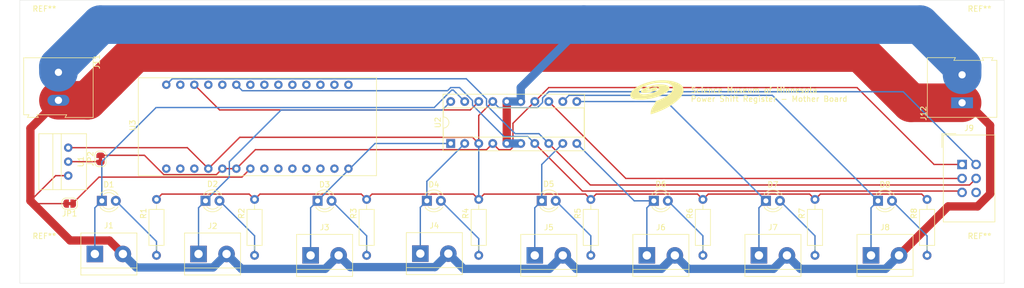
<source format=kicad_pcb>
(kicad_pcb (version 20211014) (generator pcbnew)
  (layers (0 "F.Cu" signal) (31 "B.Cu" signal) (34 "B.Paste" user) (35 "F.Paste" user) (36 "B.SilkS" user "B.Silkscreen") (37 "F.SilkS" user "F.Silkscreen") (38 "B.Mask" user) (39 "F.Mask" user) (44 "Edge.Cuts" user))
  (net 0 "")
  (net 1 "/D0")
  (net 2 "Net-(D1-Pad2)")
  (net 3 "/D1")
  (net 4 "Net-(D2-Pad2)")
  (net 5 "/D2")
  (net 6 "Net-(D3-Pad2)")
  (net 7 "/D3")
  (net 8 "Net-(D4-Pad2)")
  (net 9 "/D4")
  (net 10 "Net-(D5-Pad2)")
  (net 11 "/D5")
  (net 12 "Net-(D6-Pad2)")
  (net 13 "/D6")
  (net 14 "Net-(D7-Pad2)")
  (net 15 "/D7")
  (net 16 "Net-(D8-Pad2)")
  (net 17 "+VDC")
  (net 18 "GNDD")
  (net 19 "+5V")
  (net 20 "/SEROUT")
  (net 21 "/CLOCK")
  (net 22 "/LATCH")
  (net 24 "/SERIN")
  (net 25 "GNDPWR")
  (net 29 "Net-(JP1-Pad1)")
  (footprint "MountingHole:MountingHole_2.5mm" (layer "F.Cu") (at 215.265 114.3)
    (fp_text reference "REF**" (at 0 -3.5) (layer "F.SilkS"))
    (fp_text value "MountingHole_2.5mm")
    (pad "" np_thru_hole circle locked (at 0 0) (size 2.5 2.5) (drill 2.5) (layers *.Cu *.Mask))
  )
  (footprint "TerminalBlock:TerminalBlock_bornier-2_P5.08mm" (layer "F.Cu") (at 175.26 114.3)
    (fp_text reference "J7" (at 2.54 -5.08) (layer "F.SilkS"))
    (fp_text value "Screw_Terminal_01x02")
    (pad "1" thru_hole rect locked (at 0 0) (size 3 3) (drill 1.52) (layers *.Cu *.Mask) (net 13 "/D6"))
    (pad "2" thru_hole circle locked (at 5.08 0) (size 3 3) (drill 1.52) (layers *.Cu *.Mask) (net 17 "+VDC"))
  )
  (footprint "TerminalBlock:TerminalBlock_bornier-2_P5.08mm" (layer "F.Cu") (at 54.864 114.046)
    (fp_text reference "J1" (at 2.526 -5.174) (layer "F.SilkS"))
    (fp_text value "Screw_Terminal_01x02")
    (pad "1" thru_hole rect locked (at 0 0) (size 3 3) (drill 1.52) (layers *.Cu *.Mask) (net 1 "/D0"))
    (pad "2" thru_hole circle locked (at 5.08 0) (size 3 3) (drill 1.52) (layers *.Cu *.Mask) (net 17 "+VDC"))
  )
  (footprint "LED_THT:LED_D3.0mm" (layer "F.Cu") (at 74.925 104.394)
    (fp_text reference "D2" (at 1.27 -3.048) (layer "F.SilkS"))
    (fp_text value "LED")
    (pad "1" thru_hole rect locked (at 0 0) (size 1.8 1.8) (drill 0.9) (layers *.Cu *.Mask) (net 3 "/D1"))
    (pad "2" thru_hole circle locked (at 2.54 0) (size 1.8 1.8) (drill 0.9) (layers *.Cu *.Mask) (net 4 "Net-(D2-Pad2)"))
  )
  (footprint "LED_THT:LED_D3.0mm" (layer "F.Cu") (at 176.525 104.394)
    (fp_text reference "D7" (at 1.27 -2.96) (layer "F.SilkS"))
    (fp_text value "LED")
    (pad "1" thru_hole rect locked (at 0 0) (size 1.8 1.8) (drill 0.9) (layers *.Cu *.Mask) (net 13 "/D6"))
    (pad "2" thru_hole circle locked (at 2.54 0) (size 1.8 1.8) (drill 0.9) (layers *.Cu *.Mask) (net 14 "Net-(D7-Pad2)"))
  )
  (footprint "Connector_IDC:IDC-Header_2x03_P2.54mm_Vertical" (layer "F.Cu") (at 212.09 97.79)
    (fp_text reference "J9" (at 1.27 -6.604) (layer "F.SilkS"))
    (fp_text value "Conn_02x03_Odd_Even")
    (pad "1" thru_hole rect locked (at 0 0) (size 1.7272 1.7272) (drill 1.016) (layers *.Cu *.Mask) (net 18 "GNDD"))
    (pad "2" thru_hole oval locked (at 2.54 0) (size 1.7272 1.7272) (drill 1.016) (layers *.Cu *.Mask) (net 19 "+5V"))
    (pad "3" thru_hole oval locked (at 0 2.54) (size 1.7272 1.7272) (drill 1.016) (layers *.Cu *.Mask) (net 20 "/SEROUT"))
    (pad "4" thru_hole oval locked (at 2.54 2.54) (size 1.7272 1.7272) (drill 1.016) (layers *.Cu *.Mask) (net 21 "/CLOCK"))
    (pad "5" thru_hole oval locked (at 0 5.08) (size 1.7272 1.7272) (drill 1.016) (layers *.Cu *.Mask) (net 22 "/LATCH"))
    (pad "6" thru_hole oval locked (at 2.54 5.08) (size 1.7272 1.7272) (drill 1.016) (layers *.Cu *.Mask))
  )
  (footprint "TerminalBlock:TerminalBlock_bornier-2_P5.08mm" (layer "F.Cu") (at 73.66 114.046)
    (fp_text reference "J2" (at 2.54 -5.08) (layer "F.SilkS"))
    (fp_text value "Screw_Terminal_01x02")
    (pad "1" thru_hole rect locked (at 0 0) (size 3 3) (drill 1.52) (layers *.Cu *.Mask) (net 3 "/D1"))
    (pad "2" thru_hole circle locked (at 5.08 0) (size 3 3) (drill 1.52) (layers *.Cu *.Mask) (net 17 "+VDC"))
  )
  (footprint "LED_THT:LED_D3.0mm" (layer "F.Cu") (at 196.845 104.394)
    (fp_text reference "D8" (at 1.27 -2.96) (layer "F.SilkS"))
    (fp_text value "LED")
    (pad "1" thru_hole rect locked (at 0 0) (size 1.8 1.8) (drill 0.9) (layers *.Cu *.Mask) (net 15 "/D7"))
    (pad "2" thru_hole circle locked (at 2.54 0) (size 1.8 1.8) (drill 0.9) (layers *.Cu *.Mask) (net 16 "Net-(D8-Pad2)"))
  )
  (footprint "SMM:TerminalBlock-2_P5.08mm_large" (layer "F.Cu") (at 48.26 81.055 -90)
    (fp_text reference "J11" (at -1.92 -6.99 90) (layer "F.SilkS"))
    (fp_text value "Screw_Terminal_01x02")
    (pad "1" thru_hole rect (at 0 0 270) (size 1.98 3.96) (drill 1.32) (layers *.Cu *.Mask) (net 25 "GNDPWR"))
    (pad "2" thru_hole oval (at 5.08 0 270) (size 1.98 3.96) (drill 1.32) (layers *.Cu *.Mask) (net 17 "+VDC"))
  )
  (footprint "SMM:Metro-Mini" (layer "F.Cu") (at 67.818 98.552 90)
    (fp_text reference "U3" (at 7.874 -6.096 90) (layer "F.SilkS"))
    (fp_text value "Adafruit_Metro_Mini")
    (pad "1" thru_hole circle locked (at 0 0 90) (size 1.524 1.524) (drill 0.762) (layers *.Cu *.Mask))
    (pad "2" thru_hole circle locked (at 0 2.54 90) (size 1.524 1.524) (drill 0.762) (layers *.Cu *.Mask))
    (pad "3" thru_hole circle locked (at 0 5.08 90) (size 1.524 1.524) (drill 0.762) (layers *.Cu *.Mask))
    (pad "4" thru_hole circle locked (at 0 7.62 90) (size 1.524 1.524) (drill 0.762) (layers *.Cu *.Mask) (net 19 "+5V"))
    (pad "5" thru_hole circle locked (at 0 10.16 90) (size 1.524 1.524) (drill 0.762) (layers *.Cu *.Mask) (net 18 "GNDD"))
    (pad "6" thru_hole circle locked (at 0 12.7 90) (size 1.524 1.524) (drill 0.762) (layers *.Cu *.Mask) (net 18 "GNDD"))
    (pad "7" thru_hole circle locked (at 0 15.24 90) (size 1.524 1.524) (drill 0.762) (layers *.Cu *.Mask) (net 29 "Net-(JP1-Pad1)"))
    (pad "8" thru_hole circle locked (at 0 17.78 90) (size 1.524 1.524) (drill 0.762) (layers *.Cu *.Mask))
    (pad "9" thru_hole circle locked (at 0 20.32 90) (size 1.524 1.524) (drill 0.762) (layers *.Cu *.Mask))
    (pad "10" thru_hole circle locked (at 0 22.86 90) (size 1.524 1.524) (drill 0.762) (layers *.Cu *.Mask))
    (pad "11" thru_hole circle locked (at 0 25.4 90) (size 1.524 1.524) (drill 0.762) (layers *.Cu *.Mask))
    (pad "12" thru_hole circle locked (at 0 27.94 90) (size 1.524 1.524) (drill 0.762) (layers *.Cu *.Mask))
    (pad "13" thru_hole circle locked (at 0 30.48 90) (size 1.524 1.524) (drill 0.762) (layers *.Cu *.Mask))
    (pad "14" thru_hole circle locked (at 0 33.02 90) (size 1.524 1.524) (drill 0.762) (layers *.Cu *.Mask))
    (pad "15" thru_hole circle locked (at 15.24 33.02 90) (size 1.524 1.524) (drill 0.762) (layers *.Cu *.Mask))
    (pad "16" thru_hole circle locked (at 15.24 30.48 90) (size 1.524 1.524) (drill 0.762) (layers *.Cu *.Mask))
    (pad "17" thru_hole circle locked (at 15.24 27.94 90) (size 1.524 1.524) (drill 0.762) (layers *.Cu *.Mask))
    (pad "18" thru_hole circle locked (at 15.24 25.4 90) (size 1.524 1.524) (drill 0.762) (layers *.Cu *.Mask))
    (pad "19" thru_hole circle locked (at 15.24 22.86 90) (size 1.524 1.524) (drill 0.762) (layers *.Cu *.Mask))
    (pad "20" thru_hole circle locked (at 15.24 20.32 90) (size 1.524 1.524) (drill 0.762) (layers *.Cu *.Mask))
    (pad "21" thru_hole circle locked (at 15.24 17.78 90) (size 1.524 1.524) (drill 0.762) (layers *.Cu *.Mask))
    (pad "22" thru_hole circle locked (at 15.24 15.24 90) (size 1.524 1.524) (drill 0.762) (layers *.Cu *.Mask))
    (pad "23" thru_hole circle locked (at 15.24 12.7 90) (size 1.524 1.524) (drill 0.762) (layers *.Cu *.Mask) (net 22 "/LATCH"))
    (pad "24" thru_hole circle locked (at 15.24 10.16 90) (size 1.524 1.524) (drill 0.762) (layers *.Cu *.Mask))
    (pad "25" thru_hole circle locked (at 15.24 7.62 90) (size 1.524 1.524) (drill 0.762) (layers *.Cu *.Mask))
    (pad "26" thru_hole circle locked (at 15.24 5.08 90) (size 1.524 1.524) (drill 0.762) (layers *.Cu *.Mask) (net 24 "/SERIN"))
    (pad "27" thru_hole circle locked (at 15.24 2.54 90) (size 1.524 1.524) (drill 0.762) (layers *.Cu *.Mask))
    (pad "28" thru_hole circle locked (at 15.24 0 90) (size 1.524 1.524) (drill 0.762) (layers *.Cu *.Mask) (net 21 "/CLOCK"))
  )
  (footprint "Resistor_THT:R_Axial_DIN0207_L6.3mm_D2.5mm_P10.16mm_Horizontal" (layer "F.Cu") (at 104.14 114.3 90)
    (fp_text reference "R3" (at 7.62 -2.37 90) (layer "F.SilkS"))
    (fp_text value "R")
    (pad "1" thru_hole circle locked (at 0 0 90) (size 1.6 1.6) (drill 0.8) (layers *.Cu *.Mask) (net 6 "Net-(D3-Pad2)"))
    (pad "2" thru_hole oval locked (at 10.16 0 90) (size 1.6 1.6) (drill 0.8) (layers *.Cu *.Mask) (net 19 "+5V"))
  )
  (footprint "TerminalBlock:TerminalBlock_bornier-2_P5.08mm" (layer "F.Cu") (at 195.58 114.3)
    (fp_text reference "J8" (at 2.54 -5.08) (layer "F.SilkS"))
    (fp_text value "Screw_Terminal_01x02")
    (pad "1" thru_hole rect locked (at 0 0) (size 3 3) (drill 1.52) (layers *.Cu *.Mask) (net 15 "/D7"))
    (pad "2" thru_hole circle locked (at 5.08 0) (size 3 3) (drill 1.52) (layers *.Cu *.Mask) (net 17 "+VDC"))
  )
  (footprint "TerminalBlock:TerminalBlock_bornier-2_P5.08mm" (layer "F.Cu") (at 154.94 114.3)
    (fp_text reference "J6" (at 2.54 -5.08) (layer "F.SilkS"))
    (fp_text value "Screw_Terminal_01x02")
    (pad "1" thru_hole rect locked (at 0 0) (size 3 3) (drill 1.52) (layers *.Cu *.Mask) (net 11 "/D5"))
    (pad "2" thru_hole circle locked (at 5.08 0) (size 3 3) (drill 1.52) (layers *.Cu *.Mask) (net 17 "+VDC"))
  )
  (footprint "Resistor_THT:R_Axial_DIN0207_L6.3mm_D2.5mm_P10.16mm_Horizontal" (layer "F.Cu") (at 124.46 114.3 90)
    (fp_text reference "R4" (at 7.62 -2.37 90) (layer "F.SilkS"))
    (fp_text value "R")
    (pad "1" thru_hole circle locked (at 0 0 90) (size 1.6 1.6) (drill 0.8) (layers *.Cu *.Mask) (net 8 "Net-(D4-Pad2)"))
    (pad "2" thru_hole oval locked (at 10.16 0 90) (size 1.6 1.6) (drill 0.8) (layers *.Cu *.Mask) (net 19 "+5V"))
  )
  (footprint "Package_DIP:DIP-20_W7.62mm_Socket" (layer "F.Cu") (at 119.38 93.98 90)
    (fp_text reference "U2" (at 3.81 -2.33 90) (layer "F.SilkS"))
    (fp_text value "TPIC6A595NE")
    (pad "1" thru_hole rect locked (at 0 0 90) (size 1.6 1.6) (drill 0.8) (layers *.Cu *.Mask) (net 5 "/D2"))
    (pad "2" thru_hole oval locked (at 0 2.54 90) (size 1.6 1.6) (drill 0.8) (layers *.Cu *.Mask) (net 7 "/D3"))
    (pad "3" thru_hole oval locked (at 0 5.08 90) (size 1.6 1.6) (drill 0.8) (layers *.Cu *.Mask) (net 19 "+5V"))
    (pad "4" thru_hole oval locked (at 0 7.62 90) (size 1.6 1.6) (drill 0.8) (layers *.Cu *.Mask) (net 18 "GNDD"))
    (pad "5" thru_hole oval locked (at 0 10.16 90) (size 1.6 1.6) (drill 0.8) (layers *.Cu *.Mask) (net 25 "GNDPWR"))
    (pad "6" thru_hole oval locked (at 0 12.7 90) (size 1.6 1.6) (drill 0.8) (layers *.Cu *.Mask) (net 25 "GNDPWR"))
    (pad "7" thru_hole oval locked (at 0 15.24 90) (size 1.6 1.6) (drill 0.8) (layers *.Cu *.Mask) (net 22 "/LATCH"))
    (pad "8" thru_hole oval locked (at 0 17.78 90) (size 1.6 1.6) (drill 0.8) (layers *.Cu *.Mask) (net 21 "/CLOCK"))
    (pad "9" thru_hole oval locked (at 0 20.32 90) (size 1.6 1.6) (drill 0.8) (layers *.Cu *.Mask) (net 9 "/D4"))
    (pad "10" thru_hole oval locked (at 0 22.86 90) (size 1.6 1.6) (drill 0.8) (layers *.Cu *.Mask) (net 11 "/D5"))
    (pad "11" thru_hole oval locked (at 7.62 22.86 90) (size 1.6 1.6) (drill 0.8) (layers *.Cu *.Mask) (net 13 "/D6"))
    (pad "12" thru_hole oval locked (at 7.62 20.32 90) (size 1.6 1.6) (drill 0.8) (layers *.Cu *.Mask) (net 15 "/D7"))
    (pad "13" thru_hole oval locked (at 7.62 17.78 90) (size 1.6 1.6) (drill 0.8) (layers *.Cu *.Mask) (net 20 "/SEROUT"))
    (pad "14" thru_hole oval locked (at 7.62 15.24 90) (size 1.6 1.6) (drill 0.8) (layers *.Cu *.Mask) (net 18 "GNDD"))
    (pad "15" thru_hole oval locked (at 7.62 12.7 90) (size 1.6 1.6) (drill 0.8) (layers *.Cu *.Mask) (net 25 "GNDPWR"))
    (pad "16" thru_hole oval locked (at 7.62 10.16 90) (size 1.6 1.6) (drill 0.8) (layers *.Cu *.Mask) (net 25 "GNDPWR"))
    (pad "17" thru_hole oval locked (at 7.62 7.62 90) (size 1.6 1.6) (drill 0.8) (layers *.Cu *.Mask) (net 19 "+5V"))
    (pad "18" thru_hole oval locked (at 7.62 5.08 90) (size 1.6 1.6) (drill 0.8) (layers *.Cu *.Mask) (net 24 "/SERIN"))
    (pad "19" thru_hole oval locked (at 7.62 2.54 90) (size 1.6 1.6) (drill 0.8) (layers *.Cu *.Mask) (net 1 "/D0"))
    (pad "20" thru_hole oval locked (at 7.62 0 90) (size 1.6 1.6) (drill 0.8) (layers *.Cu *.Mask) (net 3 "/D1"))
  )
  (footprint "LED_THT:LED_D3.0mm" (layer "F.Cu") (at 156.205 104.394)
    (fp_text reference "D6" (at 1.27 -3.048) (layer "F.SilkS"))
    (fp_text value "LED")
    (pad "1" thru_hole rect locked (at 0 0) (size 1.8 1.8) (drill 0.9) (layers *.Cu *.Mask) (net 11 "/D5"))
    (pad "2" thru_hole circle locked (at 2.54 0) (size 1.8 1.8) (drill 0.9) (layers *.Cu *.Mask) (net 12 "Net-(D6-Pad2)"))
  )
  (footprint "SMM:smm-spiral-10mm" (layer "F.Cu") (at 156.718 85.598)
    (fp_text reference "G***" hide)
    (fp_text value "LOGO" hide)
  )
  (footprint "Resistor_THT:R_Axial_DIN0207_L6.3mm_D2.5mm_P10.16mm_Horizontal" (layer "F.Cu") (at 165.1 114.3 90)
    (fp_text reference "R6" (at 7.62 -2.37 90) (layer "F.SilkS"))
    (fp_text value "R")
    (pad "1" thru_hole circle locked (at 0 0 90) (size 1.6 1.6) (drill 0.8) (layers *.Cu *.Mask) (net 12 "Net-(D6-Pad2)"))
    (pad "2" thru_hole oval locked (at 10.16 0 90) (size 1.6 1.6) (drill 0.8) (layers *.Cu *.Mask) (net 19 "+5V"))
  )
  (footprint "MountingHole:MountingHole_2.5mm" (layer "F.Cu") (at 45.72 73.025)
    (fp_text reference "REF**" (at 0 -3.5) (layer "F.SilkS"))
    (fp_text value "MountingHole_2.5mm")
    (pad "" np_thru_hole circle locked (at 0 0) (size 2.5 2.5) (drill 2.5) (layers *.Cu *.Mask))
  )
  (footprint "MountingHole:MountingHole_2.5mm" (layer "F.Cu") (at 45.72 114.3)
    (fp_text reference "REF**" (at 0 -3.5) (layer "F.SilkS"))
    (fp_text value "MountingHole_2.5mm")
    (pad "" np_thru_hole circle locked (at 0 0) (size 2.5 2.5) (drill 2.5) (layers *.Cu *.Mask))
  )
  (footprint "TerminalBlock:TerminalBlock_bornier-2_P5.08mm" (layer "F.Cu") (at 93.98 114.3)
    (fp_text reference "J3" (at 2.54 -5.08) (layer "F.SilkS"))
    (fp_text value "Screw_Terminal_01x02")
    (pad "1" thru_hole rect locked (at 0 0) (size 3 3) (drill 1.52) (layers *.Cu *.Mask) (net 5 "/D2"))
    (pad "2" thru_hole circle locked (at 5.08 0) (size 3 3) (drill 1.52) (layers *.Cu *.Mask) (net 17 "+VDC"))
  )
  (footprint "Resistor_THT:R_Axial_DIN0207_L6.3mm_D2.5mm_P10.16mm_Horizontal" (layer "F.Cu") (at 185.42 114.3 90)
    (fp_text reference "R7" (at 7.62 -2.37 90) (layer "F.SilkS"))
    (fp_text value "R")
    (pad "1" thru_hole circle locked (at 0 0 90) (size 1.6 1.6) (drill 0.8) (layers *.Cu *.Mask) (net 14 "Net-(D7-Pad2)"))
    (pad "2" thru_hole oval locked (at 10.16 0 90) (size 1.6 1.6) (drill 0.8) (layers *.Cu *.Mask) (net 19 "+5V"))
  )
  (footprint "LED_THT:LED_D3.0mm" (layer "F.Cu") (at 115.057 104.394)
    (fp_text reference "D4" (at 1.27 -2.96) (layer "F.SilkS"))
    (fp_text value "LED")
    (pad "1" thru_hole rect locked (at 0 0) (size 1.8 1.8) (drill 0.9) (layers *.Cu *.Mask) (net 7 "/D3"))
    (pad "2" thru_hole circle locked (at 2.54 0) (size 1.8 1.8) (drill 0.9) (layers *.Cu *.Mask) (net 8 "Net-(D4-Pad2)"))
  )
  (footprint "LED_THT:LED_D3.0mm" (layer "F.Cu") (at 135.885 104.394)
    (fp_text reference "D5" (at 1.27 -3.048) (layer "F.SilkS"))
    (fp_text value "LED")
    (pad "1" thru_hole rect locked (at 0 0) (size 1.8 1.8) (drill 0.9) (layers *.Cu *.Mask) (net 9 "/D4"))
    (pad "2" thru_hole circle locked (at 2.54 0) (size 1.8 1.8) (drill 0.9) (layers *.Cu *.Mask) (net 10 "Net-(D5-Pad2)"))
  )
  (footprint "Resistor_THT:R_Axial_DIN0207_L6.3mm_D2.5mm_P10.16mm_Horizontal" (layer "F.Cu") (at 144.78 114.3 90)
    (fp_text reference "R5" (at 7.62 -2.37 90) (layer "F.SilkS"))
    (fp_text value "R")
    (pad "1" thru_hole circle locked (at 0 0 90) (size 1.6 1.6) (drill 0.8) (layers *.Cu *.Mask) (net 10 "Net-(D5-Pad2)"))
    (pad "2" thru_hole oval locked (at 10.16 0 90) (size 1.6 1.6) (drill 0.8) (layers *.Cu *.Mask) (net 19 "+5V"))
  )
  (footprint "LED_THT:LED_D3.0mm" (layer "F.Cu") (at 95.245 104.394)
    (fp_text reference "D3" (at 1.27 -2.96) (layer "F.SilkS"))
    (fp_text value "LED")
    (pad "1" thru_hole rect locked (at 0 0) (size 1.8 1.8) (drill 0.9) (layers *.Cu *.Mask) (net 5 "/D2"))
    (pad "2" thru_hole circle locked (at 2.54 0) (size 1.8 1.8) (drill 0.9) (layers *.Cu *.Mask) (net 6 "Net-(D3-Pad2)"))
  )
  (footprint "MountingHole:MountingHole_2.5mm" (layer "F.Cu") (at 215.265 73.025)
    (fp_text reference "REF**" (at 0 -3.5) (layer "F.SilkS"))
    (fp_text value "MountingHole_2.5mm")
    (pad "" np_thru_hole circle locked (at 0 0) (size 2.5 2.5) (drill 2.5) (layers *.Cu *.Mask))
  )
  (footprint "Jumper:SolderJumper-2_P1.3mm_Bridged_RoundedPad1.0x1.5mm" (layer "F.Cu") (at 50.292 104.902 180)
    (fp_text reference "JP1" (at 0 -1.8) (layer "F.SilkS"))
    (fp_text value "SolderJumper_2_Bridged")
    (fp_poly (pts (xy 0.25 -0.3) (xy -0.25 -0.3) (xy -0.25 0.3) (xy 0.25 0.3)) (layer "F.Cu") (width 0) (fill solid))
    (pad "1" smd custom locked (at -0.65 0 180) (size 1 0.5) (layers "F.Cu" "F.Mask") (net 29 "Net-(JP1-Pad1)") (options (clearance outline) (anchor rect)) (primitives (gr_circle (center 0 0.25) (end 0.5 0.25) (width 0) (fill yes)) (gr_circle (center 0 -0.25) (end 0.5 -0.25) (width 0) (fill yes)) (gr_poly (pts (xy 0 -0.75) (xy 0.5 -0.75) (xy 0.5 0.75) (xy 0 0.75)) (width 0) (fill yes))))
    (pad "2" smd custom locked (at 0.65 0 180) (size 1 0.5) (layers "F.Cu" "F.Mask") (net 17 "+VDC") (options (clearance outline) (anchor rect)) (primitives (gr_circle (center 0 0.25) (end 0.5 0.25) (width 0) (fill yes)) (gr_circle (center 0 -0.25) (end 0.5 -0.25) (width 0) (fill yes)) (gr_poly (pts (xy 0 -0.75) (xy -0.5 -0.75) (xy -0.5 0.75) (xy 0 0.75)) (width 0) (fill yes))))
  )
  (footprint "Resistor_THT:R_Axial_DIN0207_L6.3mm_D2.5mm_P10.16mm_Horizontal" (layer "F.Cu") (at 66.04 114.3 90)
    (fp_text reference "R1" (at 7.62 -2.37 90) (layer "F.SilkS"))
    (fp_text value "R")
    (pad "1" thru_hole circle locked (at 0 0 90) (size 1.6 1.6) (drill 0.8) (layers *.Cu *.Mask) (net 2 "Net-(D1-Pad2)"))
    (pad "2" thru_hole oval locked (at 10.16 0 90) (size 1.6 1.6) (drill 0.8) (layers *.Cu *.Mask) (net 19 "+5V"))
  )
  (footprint "Jumper:SolderJumper-2_P1.3mm_Bridged_RoundedPad1.0x1.5mm" (layer "F.Cu") (at 55.88 96.774 90)
    (fp_text reference "JP2" (at 0 -1.8 90) (layer "F.SilkS"))
    (fp_text value "SolderJumper_2_Bridged")
    (fp_poly (pts (xy 0.25 -0.3) (xy -0.25 -0.3) (xy -0.25 0.3) (xy 0.25 0.3)) (layer "F.Cu") (width 0) (fill solid))
    (pad "1" smd custom locked (at -0.65 0 90) (size 1 0.5) (layers "F.Cu" "F.Mask") (net 25 "GNDPWR") (options (clearance outline) (anchor rect)) (primitives (gr_circle (center 0 0.25) (end 0.5 0.25) (width 0) (fill yes)) (gr_circle (center 0 -0.25) (end 0.5 -0.25) (width 0) (fill yes)) (gr_poly (pts (xy 0 -0.75) (xy 0.5 -0.75) (xy 0.5 0.75) (xy 0 0.75)) (width 0) (fill yes))))
    (pad "2" smd custom locked (at 0.65 0 90) (size 1 0.5) (layers "F.Cu" "F.Mask") (net 18 "GNDD") (options (clearance outline) (anchor rect)) (primitives (gr_circle (center 0 0.25) (end 0.5 0.25) (width 0) (fill yes)) (gr_circle (center 0 -0.25) (end 0.5 -0.25) (width 0) (fill yes)) (gr_poly (pts (xy 0 -0.75) (xy -0.5 -0.75) (xy -0.5 0.75) (xy 0 0.75)) (width 0) (fill yes))))
  )
  (footprint "TerminalBlock:TerminalBlock_bornier-2_P5.08mm" (layer "F.Cu") (at 134.62 114.3)
    (fp_text reference "J5" (at 2.54 -5.08) (layer "F.SilkS"))
    (fp_text value "Screw_Terminal_01x02")
    (pad "1" thru_hole rect locked (at 0 0) (size 3 3) (drill 1.52) (layers *.Cu *.Mask) (net 9 "/D4"))
    (pad "2" thru_hole circle locked (at 5.08 0) (size 3 3) (drill 1.52) (layers *.Cu *.Mask) (net 17 "+VDC"))
  )
  (footprint "Resistor_THT:R_Axial_DIN0207_L6.3mm_D2.5mm_P10.16mm_Horizontal" (layer "F.Cu") (at 83.82 114.3 90)
    (fp_text reference "R2" (at 7.62 -2.37 90) (layer "F.SilkS"))
    (fp_text value "R")
    (pad "1" thru_hole circle locked (at 0 0 90) (size 1.6 1.6) (drill 0.8) (layers *.Cu *.Mask) (net 4 "Net-(D2-Pad2)"))
    (pad "2" thru_hole oval locked (at 10.16 0 90) (size 1.6 1.6) (drill 0.8) (layers *.Cu *.Mask) (net 19 "+5V"))
  )
  (footprint "SMM:I50115" (layer "F.Cu") (at 50.038 97.282 90)
    (fp_text reference "U1" (at 0 2.286 90 unlocked) (layer "F.SilkS"))
    (fp_text value "I50115")
    (pad "1" thru_hole circle (at -2.54 0 90) (size 1.524 1.524) (drill 0.762) (layers *.Cu *.Mask) (net 17 "+VDC"))
    (pad "2" thru_hole circle (at 0 0 90) (size 1.524 1.524) (drill 0.762) (layers *.Cu *.Mask) (net 25 "GNDPWR"))
    (pad "3" thru_hole circle (at 2.54 0 90) (size 1.524 1.524) (drill 0.762) (layers *.Cu *.Mask) (net 19 "+5V"))
  )
  (footprint "TerminalBlock:TerminalBlock_bornier-2_P5.08mm" (layer "F.Cu") (at 113.87 113.98)
    (fp_text reference "J4" (at 2.54 -5.08) (layer "F.SilkS"))
    (fp_text value "Screw_Terminal_01x02")
    (pad "1" thru_hole rect locked (at 0 0) (size 3 3) (drill 1.52) (layers *.Cu *.Mask) (net 7 "/D3"))
    (pad "2" thru_hole circle locked (at 5.08 0) (size 3 3) (drill 1.52) (layers *.Cu *.Mask) (net 17 "+VDC"))
  )
  (footprint "SMM:TerminalBlock-2_P5.08mm_large" (layer "F.Cu") (at 212.09 86.585 90)
    (fp_text reference "J12" (at -1.92 -6.99 90) (layer "F.SilkS"))
    (fp_text value "Screw_Terminal_01x02")
    (pad "1" thru_hole rect (at 0 0 90) (size 1.98 3.96) (drill 1.32) (layers *.Cu *.Mask) (net 17 "+VDC"))
    (pad "2" thru_hole oval (at 5.08 0 90) (size 1.98 3.96) (drill 1.32) (layers *.Cu *.Mask) (net 25 "GNDPWR"))
  )
  (footprint "Resistor_THT:R_Axial_DIN0207_L6.3mm_D2.5mm_P10.16mm_Horizontal" (layer "F.Cu") (at 205.74 114.3 90)
    (fp_text reference "R8" (at 7.62 -2.37 90) (layer "F.SilkS"))
    (fp_text value "R")
    (pad "1" thru_hole circle locked (at 0 0 90) (size 1.6 1.6) (drill 0.8) (layers *.Cu *.Mask) (net 16 "Net-(D8-Pad2)"))
    (pad "2" thru_hole oval locked (at 10.16 0 90) (size 1.6 1.6) (drill 0.8) (layers *.Cu *.Mask) (net 19 "+5V"))
  )
  (footprint "LED_THT:LED_D3.0mm" (layer "F.Cu") (at 56.129 104.394)
    (fp_text reference "D1" (at 1.27 -2.96) (layer "F.SilkS"))
    (fp_text value "LED")
    (pad "1" thru_hole rect locked (at 0 0) (size 1.8 1.8) (drill 0.9) (layers *.Cu *.Mask) (net 1 "/D0"))
    (pad "2" thru_hole circle locked (at 2.54 0) (size 1.8 1.8) (drill 0.9) (layers *.Cu *.Mask) (net 2 "Net-(D1-Pad2)"))
  )
  (gr_rect (start 41.275 67.945) (end 219.71 119.38) (layer "Edge.Cuts") (width 0.05) (fill none))
  (gr_text "Science Museum of Minnesota\nPower Shift Register - Mother Board" (at 162.814 85.09) (layer "F.SilkS") (effects (font (size 1 1)) (justify left)))
  (segment (start 56.129 97.287) (end 65.969489 87.446511) (width 0.25) (layer "B.Cu") (net 1))
  (segment (start 56.129 104.394) (end 56.129 97.287) (width 0.25) (layer "B.Cu") (net 1))
  (segment (start 119.82952 84.26952) (end 121.92 86.36) (width 0.25) (layer "B.Cu") (net 1))
  (segment (start 54.864 105.659) (end 56.129 104.394) (width 0.25) (layer "B.Cu") (net 1))
  (segment (start 116.389207 87.446511) (end 119.566198 84.26952) (width 0.25) (layer "B.Cu") (net 1))
  (segment (start 119.566198 84.26952) (end 119.82952 84.26952) (width 0.25) (layer "B.Cu") (net 1))
  (segment (start 54.864 114.046) (end 54.864 105.659) (width 0.25) (layer "B.Cu") (net 1))
  (segment (start 65.969489 87.446511) (end 116.389207 87.446511) (width 0.25) (layer "B.Cu") (net 1))
  (segment (start 66.04 111.765) (end 58.669 104.394) (width 0.25) (layer "B.Cu") (net 2))
  (segment (start 66.04 114.3) (end 66.04 111.765) (width 0.25) (layer "B.Cu") (net 2))
  (segment (start 73.66 114.046) (end 73.66 105.659) (width 0.25) (layer "B.Cu") (net 3))
  (segment (start 79.248 100.071) (end 79.248 97.282) (width 0.25) (layer "B.Cu") (net 3))
  (segment (start 117.843969 87.896031) (end 119.38 86.36) (width 0.25) (layer "B.Cu") (net 3))
  (segment (start 74.925 104.394) (end 79.248 100.071) (width 0.25) (layer "B.Cu") (net 3))
  (segment (start 88.633969 87.896031) (end 117.843969 87.896031) (width 0.25) (layer "B.Cu") (net 3))
  (segment (start 79.248 97.282) (end 88.633969 87.896031) (width 0.25) (layer "B.Cu") (net 3))
  (segment (start 73.66 105.659) (end 74.925 104.394) (width 0.25) (layer "B.Cu") (net 3))
  (segment (start 83.82 114.3) (end 83.82 110.749) (width 0.25) (layer "B.Cu") (net 4))
  (segment (start 83.82 110.749) (end 77.465 104.394) (width 0.25) (layer "B.Cu") (net 4))
  (segment (start 105.659 93.98) (end 119.38 93.98) (width 0.25) (layer "B.Cu") (net 5))
  (segment (start 93.98 105.659) (end 95.245 104.394) (width 0.25) (layer "B.Cu") (net 5))
  (segment (start 93.98 114.3) (end 93.98 105.659) (width 0.25) (layer "B.Cu") (net 5))
  (segment (start 95.245 104.394) (end 105.659 93.98) (width 0.25) (layer "B.Cu") (net 5))
  (segment (start 104.14 110.749) (end 97.785 104.394) (width 0.25) (layer "B.Cu") (net 6))
  (segment (start 104.14 114.3) (end 104.14 110.749) (width 0.25) (layer "B.Cu") (net 6))
  (segment (start 115.057 100.843) (end 121.92 93.98) (width 0.25) (layer "B.Cu") (net 7))
  (segment (start 113.87 105.581) (end 115.057 104.394) (width 0.25) (layer "B.Cu") (net 7))
  (segment (start 113.87 113.98) (end 113.87 105.581) (width 0.25) (layer "B.Cu") (net 7))
  (segment (start 115.057 104.394) (end 115.057 100.843) (width 0.25) (layer "B.Cu") (net 7))
  (segment (start 124.46 114.3) (end 124.46 111.257) (width 0.25) (layer "B.Cu") (net 8))
  (segment (start 124.46 111.257) (end 117.597 104.394) (width 0.25) (layer "B.Cu") (net 8))
  (segment (start 135.885 97.795) (end 139.7 93.98) (width 0.25) (layer "B.Cu") (net 9))
  (segment (start 134.62 114.3) (end 134.62 105.659) (width 0.25) (layer "B.Cu") (net 9))
  (segment (start 135.885 104.394) (end 135.885 97.795) (width 0.25) (layer "B.Cu") (net 9))
  (segment (start 134.62 105.659) (end 135.885 104.394) (width 0.25) (layer "B.Cu") (net 9))
  (segment (start 144.78 114.3) (end 144.78 110.749) (width 0.25) (layer "B.Cu") (net 10))
  (segment (start 144.78 110.749) (end 138.425 104.394) (width 0.25) (layer "B.Cu") (net 10))
  (segment (start 152.654 104.394) (end 142.24 93.98) (width 0.25) (layer "B.Cu") (net 11))
  (segment (start 154.94 114.3) (end 154.94 105.659) (width 0.25) (layer "B.Cu") (net 11))
  (segment (start 156.205 104.394) (end 152.654 104.394) (width 0.25) (layer "B.Cu") (net 11))
  (segment (start 154.94 105.659) (end 156.205 104.394) (width 0.25) (layer "B.Cu") (net 11))
  (segment (start 165.1 110.749) (end 158.745 104.394) (width 0.25) (layer "B.Cu") (net 12))
  (segment (start 165.1 114.3) (end 165.1 110.749) (width 0.25) (layer "B.Cu") (net 12))
  (segment (start 175.26 105.659) (end 176.525 104.394) (width 0.25) (layer "B.Cu") (net 13))
  (segment (start 158.491 86.36) (end 142.24 86.36) (width 0.25) (layer "B.Cu") (net 13))
  (segment (start 176.525 104.394) (end 158.491 86.36) (width 0.25) (layer "B.Cu") (net 13))
  (segment (start 175.26 114.3) (end 175.26 105.659) (width 0.25) (layer "B.Cu") (net 13))
  (segment (start 185.42 110.749) (end 179.065 104.394) (width 0.25) (layer "B.Cu") (net 14))
  (segment (start 185.42 114.3) (end 185.42 110.749) (width 0.25) (layer "B.Cu") (net 14))
  (segment (start 177.686489 85.235489) (end 140.824511 85.235489) (width 0.25) (layer "B.Cu") (net 15))
  (segment (start 195.58 105.659) (end 196.845 104.394) (width 0.25) (layer "B.Cu") (net 15))
  (segment (start 140.824511 85.235489) (end 139.7 86.36) (width 0.25) (layer "B.Cu") (net 15))
  (segment (start 195.58 114.3) (end 195.58 105.659) (width 0.25) (layer "B.Cu") (net 15))
  (segment (start 196.845 104.394) (end 177.686489 85.235489) (width 0.25) (layer "B.Cu") (net 15))
  (segment (start 205.74 114.3) (end 205.74 110.749) (width 0.25) (layer "B.Cu") (net 16))
  (segment (start 205.74 110.749) (end 199.385 104.394) (width 0.25) (layer "B.Cu") (net 16))
  (segment (start 50.235511 86.938511) (end 49.784 87.390022) (width 0.25) (layer "F.Cu") (net 17))
  (segment (start 53.549022 86.135) (end 57.142011 82.542011) (width 7) (layer "F.Cu") (net 17))
  (segment (start 217.17 103.12648) (end 217.17 90.678) (width 1.5) (layer "F.Cu") (net 17))
  (segment (start 43.18 104.394) (end 43.18 91.215) (width 1.5) (layer "F.Cu") (net 17))
  (segment (start 48.26 86.135) (end 53.549022 86.135) (width 7) (layer "F.Cu") (net 17))
  (segment (start 202.79 86.585) (end 212.09 86.585) (width 7) (layer "F.Cu") (net 17))
  (segment (start 57.494489 111.596489) (end 50.382489 111.596489) (width 1.5) (layer "F.Cu") (net 17))
  (segment (start 200.66 114.3) (end 209.55248 105.40752) (width 1.5) (layer "F.Cu") (net 17))
  (segment (start 50.038 99.822) (end 47.752 99.822) (width 0.25) (layer "F.Cu") (net 17))
  (segment (start 50.644451 85.638511) (end 50.235511 85.638511) (width 0.25) (layer "F.Cu") (net 17))
  (segment (start 50.382489 111.596489) (end 43.18 104.394) (width 1.5) (layer "F.Cu") (net 17))
  (segment (start 59.944 114.046) (end 57.494489 111.596489) (width 1.5) (layer "F.Cu") (net 17))
  (segment (start 57.142011 82.542011) (end 62.214022 77.47) (width 7) (layer "F.Cu") (net 17))
  (segment (start 214.88896 105.40752) (end 217.17 103.12648) (width 1.5) (layer "F.Cu") (net 17))
  (segment (start 213.077 86.585) (end 212.09 86.585) (width 1.5) (layer "F.Cu") (net 17))
  (segment (start 62.214022 77.47) (end 193.675 77.47) (width 7) (layer "F.Cu") (net 17))
  (segment (start 43.18 91.215) (end 48.26 86.135) (width 1.5) (layer "F.Cu") (net 17))
  (segment (start 49.642 104.902) (end 43.688 104.902) (width 0.25) (layer "F.Cu") (net 17))
  (segment (start 43.688 104.902) (end 43.18 104.394) (width 0.25) (layer "F.Cu") (net 17))
  (segment (start 209.55248 105.40752) (end 214.88896 105.40752) (width 1.5) (layer "F.Cu") (net 17))
  (segment (start 47.752 99.822) (end 43.18 104.394) (width 0.25) (layer "F.Cu") (net 17))
  (segment (start 217.17 90.678) (end 213.077 86.585) (width 1.5) (layer "F.Cu") (net 17))
  (segment (start 193.675 77.47) (end 202.79 86.585) (width 7) (layer "F.Cu") (net 17))
  (segment (start 137.250489 116.749511) (end 139.7 114.3) (width 1.5) (layer "B.Cu") (net 17))
  (segment (start 59.944 114.046) (end 62.393511 116.495511) (width 1.5) (layer "B.Cu") (net 17))
  (segment (start 177.890489 116.749511) (end 180.34 114.3) (width 1.5) (layer "B.Cu") (net 17))
  (segment (start 78.74 114.046) (end 81.443511 116.749511) (width 1.5) (layer "B.Cu") (net 17))
  (segment (start 142.149511 116.749511) (end 157.570489 116.749511) (width 1.5) (layer "B.Cu") (net 17))
  (segment (start 62.393511 116.495511) (end 76.290489 116.495511) (width 1.5) (layer "B.Cu") (net 17))
  (segment (start 118.95 113.98) (end 121.719511 116.749511) (width 1.5) (layer "B.Cu") (net 17))
  (segment (start 160.02 114.3) (end 162.469511 116.749511) (width 1.5) (layer "B.Cu") (net 17))
  (segment (start 182.789511 116.749511) (end 198.210489 116.749511) (width 1.5) (layer "B.Cu") (net 17))
  (segment (start 96.610489 116.749511) (end 99.06 114.3) (width 1.5) (layer "B.Cu") (net 17))
  (segment (start 116.500489 116.429511) (end 118.95 113.98) (width 1.5) (layer "B.Cu") (net 17))
  (segment (start 162.469511 116.749511) (end 177.890489 116.749511) (width 1.5) (layer "B.Cu") (net 17))
  (segment (start 81.443511 116.749511) (end 96.610489 116.749511) (width 1.5) (layer "B.Cu") (net 17))
  (segment (start 198.210489 116.749511) (end 200.66 114.3) (width 1.5) (layer "B.Cu") (net 17))
  (segment (start 180.34 114.3) (end 182.789511 116.749511) (width 1.5) (layer "B.Cu") (net 17))
  (segment (start 99.06 114.3) (end 101.189511 116.429511) (width 1.5) (layer "B.Cu") (net 17))
  (segment (start 139.7 114.3) (end 142.149511 116.749511) (width 1.5) (layer "B.Cu") (net 17))
  (segment (start 121.719511 116.749511) (end 137.250489 116.749511) (width 1.5) (layer "B.Cu") (net 17))
  (segment (start 157.570489 116.749511) (end 160.02 114.3) (width 1.5) (layer "B.Cu") (net 17))
  (segment (start 101.189511 116.429511) (end 116.500489 116.429511) (width 1.5) (layer "B.Cu") (net 17))
  (segment (start 76.290489 116.495511) (end 78.74 114.046) (width 1.5) (layer "B.Cu") (net 17))
  (segment (start 128.124511 95.104511) (end 127 93.98) (width 0.25) (layer "F.Cu") (net 18))
  (segment (start 125.875489 95.104511) (end 127 93.98) (width 0.25) (layer "F.Cu") (net 18))
  (segment (start 83.965489 95.104511) (end 125.875489 95.104511) (width 0.25) (layer "F.Cu") (net 18))
  (segment (start 76.891489 99.638511) (end 77.978 98.552) (width 0.25) (layer "F.Cu") (net 18))
  (segment (start 130.664511 90.315489) (end 130.664511 94.633489) (width 0.25) (layer "F.Cu") (net 18))
  (segment (start 130.193489 95.104511) (end 128.124511 95.104511) (width 0.25) (layer "F.Cu") (net 18))
  (segment (start 134.62 86.36) (end 130.664511 90.315489) (width 0.25) (layer "F.Cu") (net 18))
  (segment (start 80.518 98.552) (end 83.965489 95.104511) (width 0.25) (layer "F.Cu") (net 18))
  (segment (start 207.01 97.79) (end 193.04 83.82) (width 0.25) (layer "F.Cu") (net 18))
  (segment (start 55.88 96.124) (end 63.85344 96.124) (width 0.25) (layer "F.Cu") (net 18))
  (segment (start 212.09 97.79) (end 207.01 97.79) (width 0.25) (layer "F.Cu") (net 18))
  (segment (start 130.664511 94.633489) (end 130.193489 95.104511) (width 0.25) (layer "F.Cu") (net 18))
  (segment (start 77.978 98.552) (end 80.518 98.552) (width 0.25) (layer "F.Cu") (net 18))
  (segment (start 193.04 83.82) (end 137.16 83.82) (width 0.25) (layer "F.Cu") (net 18))
  (segment (start 67.367951 99.638511) (end 76.891489 99.638511) (width 0.25) (layer "F.Cu") (net 18))
  (segment (start 63.85344 96.124) (end 67.367951 99.638511) (width 0.25) (layer "F.Cu") (net 18))
  (segment (start 137.16 83.82) (end 134.62 86.36) (width 0.25) (layer "F.Cu") (net 18))
  (segment (start 125.430511 103.169489) (end 143.809489 103.169489) (width 0.25) (layer "F.Cu") (net 19))
  (segment (start 184.449489 103.169489) (end 185.42 104.14) (width 0.25) (layer "F.Cu") (net 19))
  (segment (start 75.438 98.552) (end 81.134511 92.855489) (width 0.25) (layer "F.Cu") (net 19))
  (segment (start 123.489489 103.169489) (end 124.46 104.14) (width 0.25) (layer "F.Cu") (net 19))
  (segment (start 82.849489 103.169489) (end 83.82 104.14) (width 0.25) (layer "F.Cu") (net 19))
  (segment (start 204.769489 103.169489) (end 205.74 104.14) (width 0.25) (layer "F.Cu") (net 19))
  (segment (start 50.038 94.742) (end 71.628 94.742) (width 0.25) (layer "F.Cu") (net 19))
  (segment (start 164.129489 103.169489) (end 165.1 104.14) (width 0.25) (layer "F.Cu") (net 19))
  (segment (start 143.809489 103.169489) (end 144.78 104.14) (width 0.25) (layer "F.Cu") (net 19))
  (segment (start 83.82 104.14) (end 84.790511 103.169489) (width 0.25) (layer "F.Cu") (net 19))
  (segment (start 105.110511 103.169489) (end 123.489489 103.169489) (width 0.25) (layer "F.Cu") (net 19))
  (segment (start 166.070511 103.169489) (end 184.449489 103.169489) (width 0.25) (layer "F.Cu") (net 19))
  (segment (start 66.04 104.14) (end 67.010511 103.169489) (width 0.25) (layer "F.Cu") (net 19))
  (segment (start 145.750511 103.169489) (end 164.129489 103.169489) (width 0.25) (layer "F.Cu") (net 19))
  (segment (start 123.335489 92.855489) (end 124.46 93.98) (width 0.25) (layer "F.Cu") (net 19))
  (segment (start 71.628 94.742) (end 75.438 98.552) (width 0.25) (layer "F.Cu") (net 19))
  (segment (start 124.46 104.14) (end 125.430511 103.169489) (width 0.25) (layer "F.Cu") (net 19))
  (segment (start 103.169489 103.169489) (end 104.14 104.14) (width 0.25) (layer "F.Cu") (net 19))
  (segment (start 165.1 104.14) (end 166.070511 103.169489) (width 0.25) (layer "F.Cu") (net 19))
  (segment (start 124.46 93.98) (end 124.46 88.9) (width 0.25) (layer "F.Cu") (net 19))
  (segment (start 144.78 104.14) (end 145.750511 103.169489) (width 0.25) (layer "F.Cu") (net 19))
  (segment (start 67.010511 103.169489) (end 82.849489 103.169489) (width 0.25) (layer "F.Cu") (net 19))
  (segment (start 84.790511 103.169489) (end 103.169489 103.169489) (width 0.25) (layer "F.Cu") (net 19))
  (segment (start 81.134511 92.855489) (end 123.335489 92.855489) (width 0.25) (layer "F.Cu") (net 19))
  (segment (start 104.14 104.14) (end 105.110511 103.169489) (width 0.25) (layer "F.Cu") (net 19))
  (segment (start 124.46 88.9) (end 127 86.36) (width 0.25) (layer "F.Cu") (net 19))
  (segment (start 185.42 104.14) (end 186.390511 103.169489) (width 0.25) (layer "F.Cu") (net 19))
  (segment (start 186.390511 103.169489) (end 204.769489 103.169489) (width 0.25) (layer "F.Cu") (net 19))
  (segment (start 136.035489 85.706511) (end 137.16 84.582) (width 0.25) (layer "B.Cu") (net 19))
  (segment (start 124.46 93.98) (end 124.46 104.14) (width 0.25) (layer "B.Cu") (net 19))
  (segment (start 127 86.36) (end 128.124511 87.484511) (width 0.25) (layer "B.Cu") (net 19))
  (segment (start 136.035489 86.534811) (end 136.035489 85.706511) (width 0.25) (layer "B.Cu") (net 19))
  (segment (start 135.085789 87.484511) (end 136.035489 86.534811) (width 0.25) (layer "B.Cu") (net 19))
  (segment (start 128.124511 87.484511) (end 135.085789 87.484511) (width 0.25) (layer "B.Cu") (net 19))
  (segment (start 201.422 84.582) (end 214.63 97.79) (width 0.25) (layer "B.Cu") (net 19))
  (segment (start 137.16 84.582) (end 201.422 84.582) (width 0.25) (layer "B.Cu") (net 19))
  (segment (start 137.16 86.36) (end 151.13 100.33) (width 0.25) (layer "F.Cu") (net 20))
  (segment (start 151.13 100.33) (end 212.09 100.33) (width 0.25) (layer "F.Cu") (net 20))
  (segment (start 144.698111 101.518111) (end 213.441889 101.518111) (width 0.25) (layer "F.Cu") (net 21))
  (segment (start 137.16 93.98) (end 144.698111 101.518111) (width 0.25) (layer "F.Cu") (net 21))
  (segment (start 213.441889 101.518111) (end 214.63 100.33) (width 0.25) (layer "F.Cu") (net 21))
  (segment (start 67.818 83.312) (end 68.904511 82.225489) (width 0.25) (layer "B.Cu") (net 21))
  (segment (start 125.875489 85.894211) (end 125.875489 87.013489) (width 0.25) (layer "B.Cu") (net 21))
  (segment (start 122.206767 82.225489) (end 125.875489 85.894211) (width 0.25) (layer "B.Cu") (net 21))
  (segment (start 131.064 92.202) (end 135.382 92.202) (width 0.25) (layer "B.Cu") (net 21))
  (segment (start 125.875489 87.013489) (end 131.064 92.202) (width 0.25) (layer "B.Cu") (net 21))
  (segment (start 135.382 92.202) (end 137.16 93.98) (width 0.25) (layer "B.Cu") (net 21))
  (segment (start 68.904511 82.225489) (end 122.206767 82.225489) (width 0.25) (layer "B.Cu") (net 21))
  (segment (start 211.836 102.616) (end 212.09 102.87) (width 0.25) (layer "F.Cu") (net 22))
  (segment (start 143.256 102.616) (end 211.836 102.616) (width 0.25) (layer "F.Cu") (net 22))
  (segment (start 134.62 93.98) (end 143.256 102.616) (width 0.25) (layer "F.Cu") (net 22))
  (segment (start 123.335489 86.185189) (end 123.335489 87.013489) (width 0.25) (layer "B.Cu") (net 22))
  (segment (start 129.032 92.71) (end 133.35 92.71) (width 0.25) (layer "B.Cu") (net 22))
  (segment (start 123.335489 87.013489) (end 129.032 92.71) (width 0.25) (layer "B.Cu") (net 22))
  (segment (start 133.35 92.71) (end 134.62 93.98) (width 0.25) (layer "B.Cu") (net 22))
  (segment (start 81.604511 84.398511) (end 118.801489 84.398511) (width 0.25) (layer "B.Cu") (net 22))
  (segment (start 118.801489 84.398511) (end 119.380001 83.82) (width 0.25) (layer "B.Cu") (net 22))
  (segment (start 119.380001 83.82) (end 120.9703 83.82) (width 0.25) (layer "B.Cu") (net 22))
  (segment (start 80.518 83.312) (end 81.604511 84.398511) (width 0.25) (layer "B.Cu") (net 22))
  (segment (start 120.9703 83.82) (end 123.335489 86.185189) (width 0.25) (layer "B.Cu") (net 22))
  (segment (start 72.898 83.312) (end 77.47 87.884) (width 0.25) (layer "F.Cu") (net 24))
  (segment (start 77.47 87.884) (end 122.936 87.884) (width 0.25) (layer "F.Cu") (net 24))
  (segment (start 122.936 87.884) (end 124.46 86.36) (width 0.25) (layer "F.Cu") (net 24))
  (segment (start 55.738 97.282) (end 50.038 97.282) (width 0.25) (layer "F.Cu") (net 25))
  (segment (start 129.54 86.36) (end 129.54 93.98) (width 1.5) (layer "F.Cu") (net 25))
  (segment (start 55.88 97.424) (end 55.738 97.282) (width 0.25) (layer "F.Cu") (net 25))
  (segment (start 55.88 72.39) (end 143.51 72.39) (width 7) (layer "B.Cu") (net 25))
  (segment (start 129.54 93.98) (end 132.08 93.98) (width 1.5) (layer "B.Cu") (net 25))
  (segment (start 129.54 86.36) (end 132.08 86.36) (width 1.5) (layer "B.Cu") (net 25))
  (segment (start 204.47 72.39) (end 212.09 80.01) (width 7) (layer "B.Cu") (net 25))
  (segment (start 132.08 83.82) (end 143.51 72.39) (width 1.5) (layer "B.Cu") (net 25))
  (segment (start 212.09 80.01) (end 212.09 81.505) (width 7) (layer "B.Cu") (net 25))
  (segment (start 132.08 86.36) (end 132.08 83.82) (width 1.5) (layer "B.Cu") (net 25))
  (segment (start 143.51 72.39) (end 204.47 72.39) (width 7) (layer "B.Cu") (net 25))
  (segment (start 48.26 80.01) (end 55.88 72.39) (width 7) (layer "B.Cu") (net 25))
  (segment (start 48.26 81.055) (end 48.26 80.01) (width 7) (layer "B.Cu") (net 25))
  (segment (start 50.942 104.76) (end 55.613969 100.088031) (width 0.25) (layer "F.Cu") (net 29))
  (segment (start 55.613969 100.088031) (end 81.521969 100.088031) (width 0.25) (layer "F.Cu") (net 29))
  (segment (start 81.521969 100.088031) (end 83.058 98.552) (width 0.25) (layer "F.Cu") (net 29))
  (segment (start 50.942 104.902) (end 50.942 104.76) (width 0.25) (layer "F.Cu") (net 29))
)
</source>
